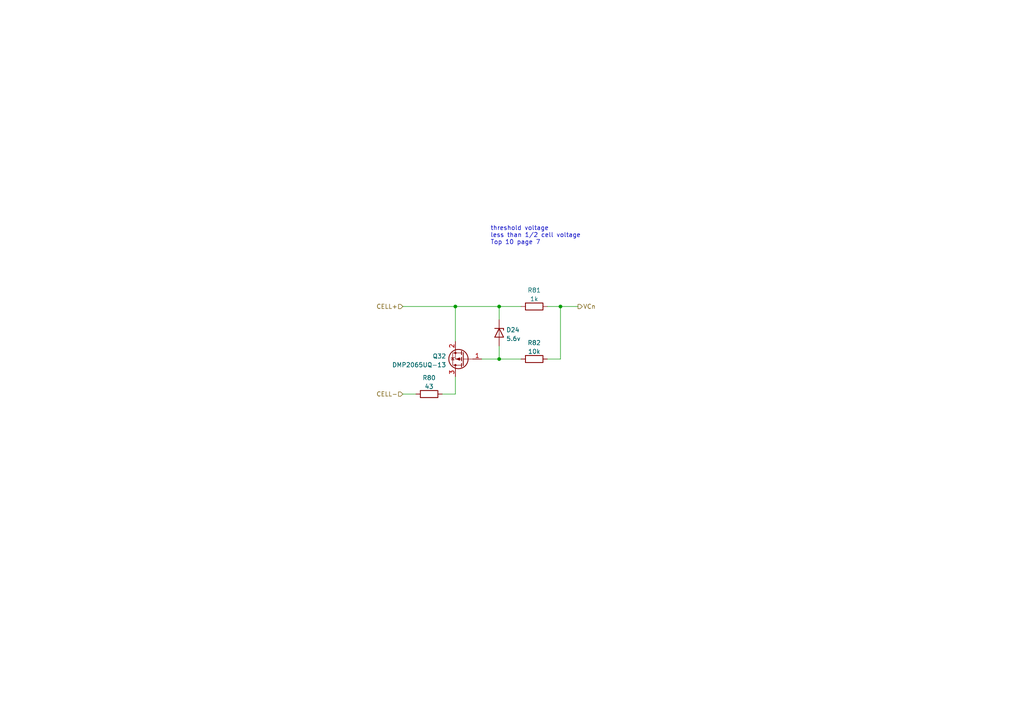
<source format=kicad_sch>
(kicad_sch (version 20211123) (generator eeschema)
  (paper "A4")
  (title_block (title "Blance FET") (date "2022-10-30") (rev "Rev 0") (company "QTech BMS Dept"))
  (lib_symbols
    (symbol "Device:D_Zener" (pin_numbers hide) (pin_names (offset 1.016) hide)
      (property "Reference" "D" (at 0 2.54 0))
      (property "Value" "D_Zener" (at 0 -2.54 0))
      (symbol "D_Zener_0_1"
        (polyline (pts (xy 1.27 0) (xy -1.27 0)))
        (polyline (pts (xy -1.27 -1.27) (xy -1.27 1.27) (xy -0.762 1.27)) (stroke (width 0.254)))
        (polyline (pts (xy 1.27 -1.27) (xy 1.27 1.27) (xy -1.27 0) (xy 1.27 -1.27)) (stroke (width 0.254)))
      )
      (symbol "D_Zener_1_1"
        (pin passive line (at -3.81 0 0) (length 2.54) (name "K") (number "1"))
        (pin passive line (at 3.81 0 180) (length 2.54) (name "A") (number "2"))
      )
    )
    (symbol "Device:Q_PMOS_GSD" (pin_names (offset 0) hide)
      (property "Reference" "Q" (at 5.08 1.27 0))
      (property "Value" "Q_PMOS_GSD" (at 5.08 -1.27 0))
      (symbol "Q_PMOS_GSD_0_1"
        (polyline (pts (xy 0.254 0) (xy -2.54 0)))
        (polyline (pts (xy 0.254 1.905) (xy 0.254 -1.905)) (stroke (width 0.254)))
        (polyline (pts (xy 0.762 -1.27) (xy 0.762 -2.286)) (stroke (width 0.254)))
        (polyline (pts (xy 0.762 0.508) (xy 0.762 -0.508)) (stroke (width 0.254)))
        (polyline (pts (xy 0.762 2.286) (xy 0.762 1.27)) (stroke (width 0.254)))
        (polyline (pts (xy 2.54 2.54) (xy 2.54 1.778)))
        (polyline (pts (xy 2.54 -2.54) (xy 2.54 0) (xy 0.762 0)))
        (polyline (pts (xy 0.762 1.778) (xy 3.302 1.778) (xy 3.302 -1.778) (xy 0.762 -1.778)))
        (polyline (pts (xy 2.286 0) (xy 1.27 0.381) (xy 1.27 -0.381) (xy 2.286 0)) (fill (type outline)))
        (polyline (pts (xy 2.794 -0.508) (xy 2.921 -0.381) (xy 3.683 -0.381) (xy 3.81 -0.254)))
        (polyline (pts (xy 3.302 -0.381) (xy 2.921 0.254) (xy 3.683 0.254) (xy 3.302 -0.381)))
        (circle (center 1.651 0) (radius 2.794) (stroke (width 0.254)))
        (circle (center 2.54 -1.778) (radius 0.254) (fill (type outline)))
        (circle (center 2.54 1.778) (radius 0.254) (fill (type outline)))
      )
      (symbol "Q_PMOS_GSD_1_1"
        (pin input line (at -5.08 0 0) (length 2.54) (name "G") (number "1"))
        (pin passive line (at 2.54 -5.08 90) (length 2.54) (name "S") (number "2"))
        (pin passive line (at 2.54 5.08 270) (length 2.54) (name "D") (number "3"))
      )
    )
    (symbol "Device:R" (pin_numbers hide) (pin_names (offset 0))
      (property "Reference" "R" (at 2.032 0 90))
      (property "Value" "R" (at 0 0 90))
      (symbol "R_0_1"
        (rectangle (start -1.016 -2.54) (end 1.016 2.54) (stroke (width 0.254)))
      )
      (symbol "R_1_1"
        (pin passive line (at 0 3.81 270) (length 1.27) (name "~") (number "1"))
        (pin passive line (at 0 -3.81 90) (length 1.27) (name "~") (number "2"))
      )
    )
  )
  (junction (at 144.78 88.9))
  (junction (at 132.08 88.9))
  (junction (at 144.78 104.14))
  (junction (at 162.56 88.9))
  (wire (pts (xy 144.78 88.9) (xy 151.13 88.9)))
  (wire (pts (xy 144.78 88.9) (xy 144.78 92.71)))
  (wire (pts (xy 144.78 104.14) (xy 144.78 100.33)))
  (wire (pts (xy 132.08 109.22) (xy 132.08 114.3)))
  (wire (pts (xy 162.56 88.9) (xy 167.64 88.9)))
  (wire (pts (xy 132.08 88.9) (xy 144.78 88.9)))
  (wire (pts (xy 162.56 88.9) (xy 162.56 104.14)))
  (wire (pts (xy 116.84 114.3) (xy 120.65 114.3)))
  (wire (pts (xy 116.84 88.9) (xy 132.08 88.9)))
  (wire (pts (xy 132.08 88.9) (xy 132.08 99.06)))
  (wire (pts (xy 128.27 114.3) (xy 132.08 114.3)))
  (wire (pts (xy 139.7 104.14) (xy 144.78 104.14)))
  (wire (pts (xy 158.75 104.14) (xy 162.56 104.14)))
  (wire (pts (xy 144.78 104.14) (xy 151.13 104.14)))
  (wire (pts (xy 158.75 88.9) (xy 162.56 88.9)))
  (text "threshold voltage\nless than 1/2 cell voltage\nTop 10 page 7" (at 142.24 71.12 0) (effects (font (size 1.27 1.27)) (justify left bottom)))
  (hierarchical_label "CELL-" (shape input) (at 116.84 114.3 180))
  (hierarchical_label "VCn" (shape output) (at 167.64 88.9 0))
  (hierarchical_label "CELL+" (shape input) (at 116.84 88.9 180))
  (symbol (lib_id "Device:Q_PMOS_GSD") (at 134.62 104.14 180) (unit 1)
    (property "Reference" "Q32" (at 129.4131 103.3053 0) (effects (justify left)))
    (property "Value" "DMP2065UQ-13" (at 129.4131 105.8422 0) (effects (justify left)))
    (property "Footprint" "Package_TO_SOT_SMD:TSOT-23" (effects hide))
  )
  (symbol (lib_id "Device:R") (at 154.94 88.9 90) (unit 1)
    (property "Reference" "R81" (at 154.94 84.1842 90))
    (property "Value" "1k" (at 154.94 86.7211 90))
    (property "Footprint" "Resistor_SMD:R_0603_1608Metric" (effects hide))
    (property "Src_Value" "R_cn" (effects hide))
    (property "Src_Page" "20" (effects hide))
  )
  (symbol (lib_id "Device:R") (at 154.94 104.14 90) (unit 1)
    (property "Reference" "R82" (at 154.94 99.4242 90))
    (property "Value" "10k" (at 154.94 101.9611 90))
    (property "Footprint" "Resistor_SMD:R_0603_1608Metric" (effects hide))
    (property "Src_Value" "R_cn" (effects hide))
    (property "Src_Page" "20" (effects hide))
  )
  (symbol (lib_id "Device:D_Zener") (at 144.78 96.52 270) (unit 1)
    (property "Reference" "D24" (at 146.812 95.6853 90) (effects (justify left)))
    (property "Value" "5.6v" (at 146.812 98.2222 90) (effects (justify left)))
    (property "Footprint" "Diode_SMD:D_SOD-323" (effects hide))
  )
  (symbol (lib_id "Device:R") (at 124.46 114.3 90) (unit 1)
    (property "Reference" "R80" (at 124.46 109.5842 90))
    (property "Value" "43" (at 124.46 112.1211 90))
    (property "Footprint" "Resistor_SMD:R_1210_3225Metric" (effects hide))
    (property "Src_Value" "R_bal-n" (effects hide))
  )
)
</source>
